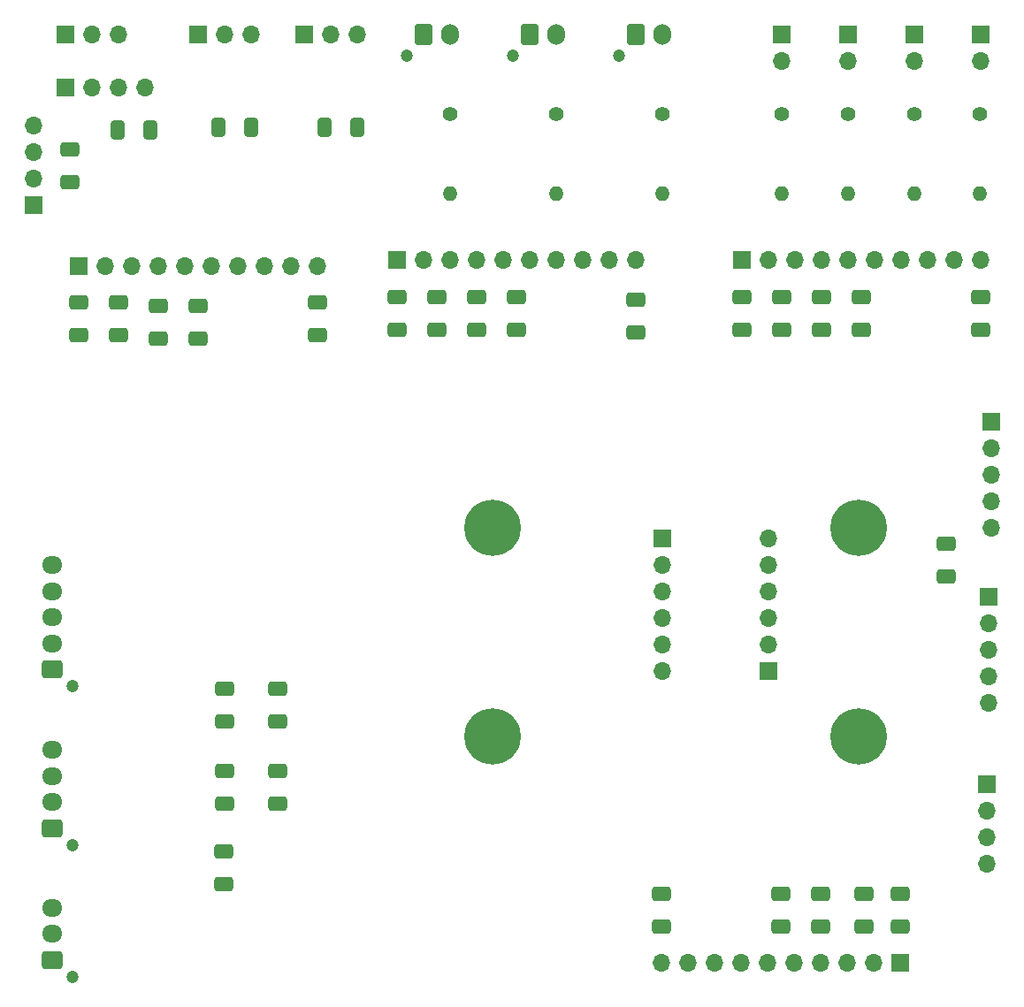
<source format=gbr>
%TF.GenerationSoftware,KiCad,Pcbnew,8.0.3*%
%TF.CreationDate,2024-11-19T22:00:55+01:00*%
%TF.ProjectId,weerstation-analoog,77656572-7374-4617-9469-6f6e2d616e61,rev?*%
%TF.SameCoordinates,Original*%
%TF.FileFunction,Soldermask,Bot*%
%TF.FilePolarity,Negative*%
%FSLAX46Y46*%
G04 Gerber Fmt 4.6, Leading zero omitted, Abs format (unit mm)*
G04 Created by KiCad (PCBNEW 8.0.3) date 2024-11-19 22:00:55*
%MOMM*%
%LPD*%
G01*
G04 APERTURE LIST*
G04 Aperture macros list*
%AMRoundRect*
0 Rectangle with rounded corners*
0 $1 Rounding radius*
0 $2 $3 $4 $5 $6 $7 $8 $9 X,Y pos of 4 corners*
0 Add a 4 corners polygon primitive as box body*
4,1,4,$2,$3,$4,$5,$6,$7,$8,$9,$2,$3,0*
0 Add four circle primitives for the rounded corners*
1,1,$1+$1,$2,$3*
1,1,$1+$1,$4,$5*
1,1,$1+$1,$6,$7*
1,1,$1+$1,$8,$9*
0 Add four rect primitives between the rounded corners*
20,1,$1+$1,$2,$3,$4,$5,0*
20,1,$1+$1,$4,$5,$6,$7,0*
20,1,$1+$1,$6,$7,$8,$9,0*
20,1,$1+$1,$8,$9,$2,$3,0*%
G04 Aperture macros list end*
%ADD10C,5.400000*%
%ADD11R,1.700000X1.700000*%
%ADD12O,1.700000X1.700000*%
%ADD13C,1.200000*%
%ADD14RoundRect,0.250000X0.725000X-0.600000X0.725000X0.600000X-0.725000X0.600000X-0.725000X-0.600000X0*%
%ADD15O,1.950000X1.700000*%
%ADD16C,1.400000*%
%ADD17O,1.400000X1.400000*%
%ADD18RoundRect,0.250000X-0.600000X-0.750000X0.600000X-0.750000X0.600000X0.750000X-0.600000X0.750000X0*%
%ADD19O,1.700000X2.000000*%
%ADD20RoundRect,0.250000X-0.650000X0.412500X-0.650000X-0.412500X0.650000X-0.412500X0.650000X0.412500X0*%
%ADD21RoundRect,0.250000X-0.412500X-0.650000X0.412500X-0.650000X0.412500X0.650000X-0.412500X0.650000X0*%
%ADD22RoundRect,0.250000X0.650000X-0.412500X0.650000X0.412500X-0.650000X0.412500X-0.650000X-0.412500X0*%
%ADD23RoundRect,0.250000X0.412500X0.650000X-0.412500X0.650000X-0.412500X-0.650000X0.412500X-0.650000X0*%
G04 APERTURE END LIST*
D10*
%TO.C,H3*%
X95000000Y-85000000D03*
%TD*%
D11*
%TO.C,R9*%
X100330000Y-17780000D03*
D12*
X100330000Y-20320000D03*
%TD*%
D11*
%TO.C,J14*%
X107696000Y-54864000D03*
D12*
X107696000Y-57404000D03*
X107696000Y-59944000D03*
X107696000Y-62484000D03*
X107696000Y-65024000D03*
%TD*%
D11*
%TO.C,J16*%
X76200000Y-66040000D03*
D12*
X76200000Y-68580000D03*
X76200000Y-71120000D03*
X76200000Y-73660000D03*
X76200000Y-76200000D03*
X76200000Y-78740000D03*
%TD*%
D13*
%TO.C,J11*%
X19780000Y-80180000D03*
D14*
X17780000Y-78580000D03*
D15*
X17780000Y-76080000D03*
X17780000Y-73580000D03*
X17780000Y-71080000D03*
X17780000Y-68580000D03*
%TD*%
D11*
%TO.C,J6*%
X20320000Y-39935000D03*
D12*
X22860000Y-39935000D03*
X25400000Y-39935000D03*
X27940000Y-39935000D03*
X30480000Y-39935000D03*
X33020000Y-39935000D03*
X35560000Y-39935000D03*
X38100000Y-39935000D03*
X40640000Y-39935000D03*
X43180000Y-39935000D03*
%TD*%
D11*
%TO.C,J17*%
X86360000Y-78740000D03*
D12*
X86360000Y-76200000D03*
X86360000Y-73660000D03*
X86360000Y-71120000D03*
X86360000Y-68580000D03*
X86360000Y-66040000D03*
%TD*%
D11*
%TO.C,J5*%
X98998700Y-106680000D03*
D12*
X96458700Y-106680000D03*
X93918700Y-106680000D03*
X91378700Y-106680000D03*
X88838700Y-106680000D03*
X86298700Y-106680000D03*
X83758700Y-106680000D03*
X81218700Y-106680000D03*
X78678700Y-106680000D03*
X76138700Y-106680000D03*
%TD*%
D10*
%TO.C,H1*%
X60000000Y-65000000D03*
%TD*%
D16*
%TO.C,R6*%
X55880000Y-25400000D03*
D17*
X55880000Y-33020000D03*
%TD*%
D11*
%TO.C,J8*%
X41910000Y-17780000D03*
D12*
X44450000Y-17780000D03*
X46990000Y-17780000D03*
%TD*%
D13*
%TO.C,J2*%
X19780000Y-95380000D03*
D14*
X17780000Y-93780000D03*
D15*
X17780000Y-91280000D03*
X17780000Y-88780000D03*
X17780000Y-86280000D03*
%TD*%
D13*
%TO.C,J1*%
X19780000Y-108000000D03*
D14*
X17780000Y-106400000D03*
D15*
X17780000Y-103900000D03*
X17780000Y-101400000D03*
%TD*%
D13*
%TO.C,R3*%
X61940000Y-19780000D03*
D18*
X63540000Y-17780000D03*
D19*
X66040000Y-17780000D03*
%TD*%
D16*
%TO.C,R12*%
X93980000Y-25400000D03*
D17*
X93980000Y-33020000D03*
%TD*%
D11*
%TO.C,R7*%
X106680000Y-17780000D03*
D12*
X106680000Y-20320000D03*
%TD*%
D16*
%TO.C,R4*%
X66040000Y-25400000D03*
D17*
X66040000Y-33020000D03*
%TD*%
D11*
%TO.C,J4*%
X83820000Y-39370000D03*
D12*
X86360000Y-39370000D03*
X88900000Y-39370000D03*
X91440000Y-39370000D03*
X93980000Y-39370000D03*
X96520000Y-39370000D03*
X99060000Y-39370000D03*
X101600000Y-39370000D03*
X104140000Y-39370000D03*
X106680000Y-39370000D03*
%TD*%
D11*
%TO.C,J15*%
X107442000Y-71628000D03*
D12*
X107442000Y-74168000D03*
X107442000Y-76708000D03*
X107442000Y-79248000D03*
X107442000Y-81788000D03*
%TD*%
D10*
%TO.C,H4*%
X60000000Y-85000000D03*
%TD*%
D11*
%TO.C,J7*%
X31750000Y-17780000D03*
D12*
X34290000Y-17780000D03*
X36830000Y-17780000D03*
%TD*%
D13*
%TO.C,R5*%
X51780000Y-19780000D03*
D18*
X53380000Y-17780000D03*
D19*
X55880000Y-17780000D03*
%TD*%
D11*
%TO.C,J13*%
X107315000Y-89535000D03*
D12*
X107315000Y-92075000D03*
X107315000Y-94615000D03*
X107315000Y-97155000D03*
%TD*%
D11*
%TO.C,J10*%
X19050000Y-22860000D03*
D12*
X21590000Y-22860000D03*
X24130000Y-22860000D03*
X26670000Y-22860000D03*
%TD*%
D11*
%TO.C,J3*%
X50800000Y-39370000D03*
D12*
X53340000Y-39370000D03*
X55880000Y-39370000D03*
X58420000Y-39370000D03*
X60960000Y-39370000D03*
X63500000Y-39370000D03*
X66040000Y-39370000D03*
X68580000Y-39370000D03*
X71120000Y-39370000D03*
X73660000Y-39370000D03*
%TD*%
D13*
%TO.C,R1*%
X72100000Y-19780000D03*
D18*
X73700000Y-17780000D03*
D19*
X76200000Y-17780000D03*
%TD*%
D11*
%TO.C,J9*%
X19050000Y-17780000D03*
D12*
X21590000Y-17780000D03*
X24130000Y-17780000D03*
%TD*%
D10*
%TO.C,H2*%
X95000000Y-65000000D03*
%TD*%
D16*
%TO.C,R10*%
X100330000Y-25400000D03*
D17*
X100330000Y-33020000D03*
%TD*%
D11*
%TO.C,J12*%
X16002000Y-34137600D03*
D12*
X16002000Y-31597600D03*
X16002000Y-29057600D03*
X16002000Y-26517600D03*
%TD*%
D11*
%TO.C,R11*%
X93980000Y-17780000D03*
D12*
X93980000Y-20320000D03*
%TD*%
D16*
%TO.C,R2*%
X76200000Y-25400000D03*
D17*
X76200000Y-33020000D03*
%TD*%
D16*
%TO.C,R14*%
X87630000Y-25400000D03*
D17*
X87630000Y-33020000D03*
%TD*%
D16*
%TO.C,R8*%
X106660000Y-25400000D03*
D17*
X106660000Y-33020000D03*
%TD*%
D11*
%TO.C,R13*%
X87630000Y-17780000D03*
D12*
X87630000Y-20320000D03*
%TD*%
D20*
%TO.C,C10*%
X91440000Y-42887500D03*
X91440000Y-46012500D03*
%TD*%
%TO.C,C30*%
X103378000Y-66509500D03*
X103378000Y-69634500D03*
%TD*%
%TO.C,C20*%
X27940000Y-43745000D03*
X27940000Y-46870000D03*
%TD*%
%TO.C,C1*%
X50800000Y-42887500D03*
X50800000Y-46012500D03*
%TD*%
%TO.C,C9*%
X87630000Y-42887500D03*
X87630000Y-46012500D03*
%TD*%
%TO.C,C14*%
X43180000Y-43452500D03*
X43180000Y-46577500D03*
%TD*%
%TO.C,C4*%
X54610000Y-42887500D03*
X54610000Y-46012500D03*
%TD*%
D21*
%TO.C,C21*%
X33705000Y-26670000D03*
X36830000Y-26670000D03*
%TD*%
D22*
%TO.C,C25*%
X34290000Y-83527500D03*
X34290000Y-80402500D03*
%TD*%
D20*
%TO.C,C8*%
X95250000Y-42887500D03*
X95250000Y-46012500D03*
%TD*%
D22*
%TO.C,C17*%
X95504000Y-103162500D03*
X95504000Y-100037500D03*
%TD*%
D20*
%TO.C,C7*%
X106680000Y-42887500D03*
X106680000Y-46012500D03*
%TD*%
D22*
%TO.C,C27*%
X34290000Y-91440000D03*
X34290000Y-88315000D03*
%TD*%
%TO.C,C24*%
X39370000Y-91440000D03*
X39370000Y-88315000D03*
%TD*%
D20*
%TO.C,C2*%
X73660000Y-43180000D03*
X73660000Y-46305000D03*
%TD*%
%TO.C,C29*%
X19481800Y-28790500D03*
X19481800Y-31915500D03*
%TD*%
D22*
%TO.C,C18*%
X91378700Y-103162500D03*
X91378700Y-100037500D03*
%TD*%
D21*
%TO.C,C22*%
X43865000Y-26670000D03*
X46990000Y-26670000D03*
%TD*%
D20*
%TO.C,C3*%
X62230000Y-42887500D03*
X62230000Y-46012500D03*
%TD*%
%TO.C,C13*%
X20320000Y-43452500D03*
X20320000Y-46577500D03*
%TD*%
%TO.C,C16*%
X31750000Y-43745000D03*
X31750000Y-46870000D03*
%TD*%
D22*
%TO.C,C11*%
X98998700Y-103162500D03*
X98998700Y-100037500D03*
%TD*%
%TO.C,C26*%
X39370000Y-83527500D03*
X39370000Y-80402500D03*
%TD*%
D23*
%TO.C,C28*%
X27216500Y-26924000D03*
X24091500Y-26924000D03*
%TD*%
D22*
%TO.C,C15*%
X87568700Y-103162500D03*
X87568700Y-100037500D03*
%TD*%
%TO.C,C12*%
X76138700Y-103162500D03*
X76138700Y-100037500D03*
%TD*%
D20*
%TO.C,C19*%
X24130000Y-43452500D03*
X24130000Y-46577500D03*
%TD*%
D22*
%TO.C,C23*%
X34239200Y-99098500D03*
X34239200Y-95973500D03*
%TD*%
D20*
%TO.C,C5*%
X58420000Y-42887500D03*
X58420000Y-46012500D03*
%TD*%
%TO.C,C6*%
X83820000Y-42887500D03*
X83820000Y-46012500D03*
%TD*%
M02*

</source>
